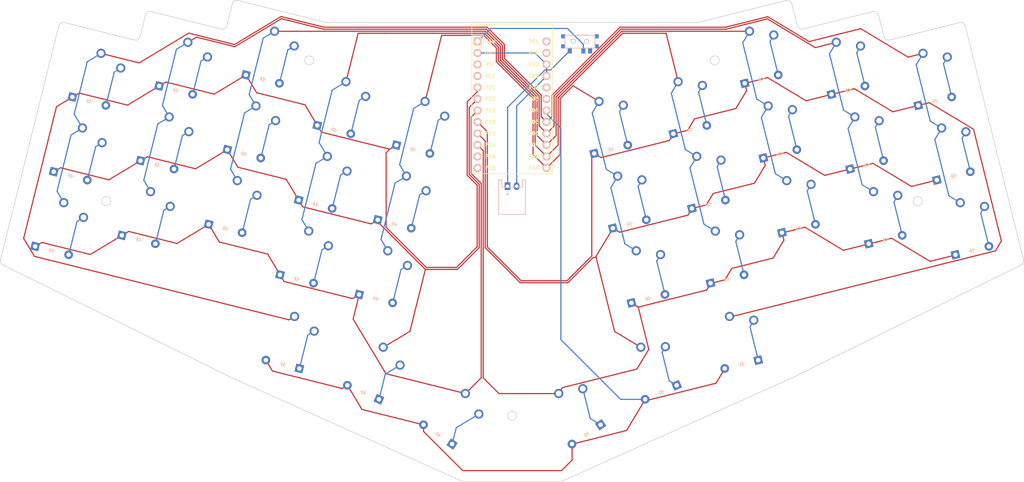
<source format=kicad_pcb>
(kicad_pcb (version 20211014) (generator pcbnew)
  (title_block (title "ibkbd_mini_pcb") (rev "v1.0.0") (company "Unknown"))
  (layers (0 "F.Cu" signal) (31 "B.Cu" signal) (34 "B.Paste" user) (35 "F.Paste" user) (36 "B.SilkS" user "B.Silkscreen") (37 "F.SilkS" user "F.Silkscreen") (38 "B.Mask" user) (39 "F.Mask" user) (44 "Edge.Cuts" user))
  (net 0 "")
  (net 1 "pinky_bottom")
  (net 2 "P5")
  (net 3 "pinky_home")
  (net 4 "pinky_top")
  (net 5 "ring_bottom")
  (net 6 "P6")
  (net 7 "ring_home")
  (net 8 "ring_top")
  (net 9 "middle_bottom")
  (net 10 "P7")
  (net 11 "middle_home")
  (net 12 "middle_top")
  (net 13 "index_bottom")
  (net 14 "P8")
  (net 15 "index_home")
  (net 16 "index_top")
  (net 17 "inner_bottom")
  (net 18 "P9")
  (net 19 "inner_home")
  (net 20 "inner_top")
  (net 21 "mirror_pinky_bottom")
  (net 22 "mirror_pinky_home")
  (net 23 "mirror_pinky_top")
  (net 24 "mirror_ring_bottom")
  (net 25 "mirror_ring_home")
  (net 26 "mirror_ring_top")
  (net 27 "mirror_middle_bottom")
  (net 28 "mirror_middle_home")
  (net 29 "mirror_middle_top")
  (net 30 "mirror_index_bottom")
  (net 31 "mirror_index_home")
  (net 32 "mirror_index_top")
  (net 33 "mirror_inner_bottom")
  (net 34 "mirror_inner_home")
  (net 35 "mirror_inner_top")
  (net 36 "inner_key")
  (net 37 "P21")
  (net 38 "mid_key")
  (net 39 "P20")
  (net 40 "outer_key")
  (net 41 "P19")
  (net 42 "mirror_inner_key")
  (net 43 "P18")
  (net 44 "mirror_mid_key")
  (net 45 "P15")
  (net 46 "mirror_outer_key")
  (net 47 "P14")
  (net 48 "P4")
  (net 49 "RAW")
  (net 50 "GND")
  (net 51 "RST")
  (net 52 "VCC")
  (net 53 "P16")
  (net 54 "P10")
  (net 55 "P1")
  (net 56 "P0")
  (net 57 "P2")
  (net 58 "P3")
  (net 59 "batswitch")
  (footprint "E73:SPDT_C128955" (layer "F.Cu") (at 188.258061 79.858014)
    (fp_text reference "T1" hide)
    (fp_text value "" hide)
  )
  (footprint "PG1350" (layer "F.Cu") (at 126.926806 127.493475 -14)
    (fp_text reference "S10" hide)
    (fp_text value "" hide)
  )
  (footprint "PG1350" (layer "F.Cu") (at 227.135841 83.356756 14)
    (fp_text reference "S24" hide)
    (fp_text value "" hide)
  )
  (footprint "PG1350" (layer "F.Cu") (at 222.720653 146.345934 14)
    (fp_text reference "S34" hide)
    (fp_text value "" hide)
  )
  (footprint "PG1350" (layer "F.Cu") (at 100.221504 85.794232 -14)
    (fp_text reference "S6" hide)
    (fp_text value "" hide)
  )
  (footprint "ComboDiode" (layer "F.Cu") (at 143.182519 136.699547 -14)
    (fp_text reference "D13" hide)
    (fp_text value "" hide)
  )
  (footprint "PG1350" (layer "F.Cu") (at 91.996159 118.784286 -14)
    (fp_text reference "S4" hide)
    (fp_text value "" hide)
  )
  (footprint "PG1350" (layer "F.Cu") (at 215.476644 110.998447 14)
    (fp_text reference "S26" hide)
    (fp_text value "" hide)
  )
  (footprint "PG1350" (layer "F.Cu") (at 231.248513 99.851783 14)
    (fp_text reference "S23" hide)
    (fp_text value "" hide)
  )
  (footprint "ComboDiode" (layer "F.Cu") (at 203.333602 136.699547 14)
    (fp_text reference "D28" hide)
    (fp_text value "" hide)
  )
  (footprint "ProMicro" (layer "F.Cu") (at 173.258061 93.858014 -90)
    (fp_text reference "MCU1" hide)
    (fp_text value "" hide)
  )
  (footprint "PG1350" (layer "F.Cu") (at 250.40729 102.289259 14)
    (fp_text reference "S20" hide)
    (fp_text value "" hide)
  )
  (footprint "ComboDiode" (layer "F.Cu") (at 189.657465 166.676194 -146)
    (fp_text reference "D36" hide)
    (fp_text value "" hide)
  )
  (footprint "PG1350" (layer "F.Cu") (at 193.898648 98.858014 14)
    (fp_text reference "S30" hide)
    (fp_text value "" hide)
  )
  (footprint "ComboDiode" (layer "F.Cu") (at 114.057999 104.703262 -14)
    (fp_text reference "D8" hide)
    (fp_text value "" hide)
  )
  (footprint "PG1350" (layer "F.Cu") (at 269.566066 104.726735 14)
    (fp_text reference "S17" hide)
    (fp_text value "" hide)
  )
  (footprint "ComboDiode" (layer "F.Cu") (at 255.729572 123.635765 14)
    (fp_text reference "D19" hide)
    (fp_text value "" hide)
  )
  (footprint "ComboDiode" (layer "F.Cu") (at 109.945326 121.198289 -14)
    (fp_text reference "D7" hide)
    (fp_text value "" hide)
  )
  (footprint "ComboDiode" (layer "F.Cu") (at 71.627774 126.073241 -14)
    (fp_text reference "D1" hide)
    (fp_text value "" hide)
  )
  (footprint "PG1350" (layer "F.Cu") (at 72.837383 121.221762 -14)
    (fp_text reference "S1" hide)
    (fp_text value "" hide)
  )
  (footprint "ComboDiode" (layer "F.Cu") (at 232.458123 104.703262 14)
    (fp_text reference "D23" hide)
    (fp_text value "" hide)
  )
  (footprint "PG1350" (layer "F.Cu") (at 211.363971 94.50342 14)
    (fp_text reference "S27" hide)
    (fp_text value "" hide)
  )
  (footprint "ComboDiode" (layer "F.Cu") (at 247.504227 90.64571 14)
    (fp_text reference "D21" hide)
    (fp_text value "" hide)
  )
  (footprint "ComboDiode" (layer "F.Cu") (at 94.899222 107.140738 -14)
    (fp_text reference "D5" hide)
    (fp_text value "" hide)
  )
  (footprint "PG1350" (layer "F.Cu") (at 204.104579 152.808977 24)
    (fp_text reference "S35" hide)
    (fp_text value "" hide)
  )
  (footprint "ComboDiode" (layer "F.Cu") (at 212.573581 99.354898 14)
    (fp_text reference "D27" hide)
    (fp_text value "" hide)
  )
  (footprint "PG1350" (layer "F.Cu") (at 219.589316 127.493475 14)
    (fp_text reference "S25" hide)
    (fp_text value "" hide)
  )
  (footprint "PG1350" (layer "F.Cu") (at 198.011321 115.353041 14)
    (fp_text reference "S29" hide)
    (fp_text value "" hide)
  )
  (footprint "ComboDiode" (layer "F.Cu") (at 195.108258 103.709493 14)
    (fp_text reference "D30" hide)
    (fp_text value "" hide)
  )
  (footprint "ComboDiode" (layer "F.Cu") (at 266.663003 93.083186 14)
    (fp_text reference "D18" hide)
    (fp_text value "" hide)
  )
  (footprint "ComboDiode" (layer "F.Cu") (at 75.740446 109.578213 -14)
    (fp_text reference "D2" hide)
    (fp_text value "" hide)
  )
  (footprint "PG1350" (layer "F.Cu") (at 265.453394 88.231708 14)
    (fp_text reference "S18" hide)
    (fp_text value "" hide)
  )
  (footprint "PG1350" (layer "F.Cu") (at 76.950055 104.726735 -14)
    (fp_text reference "S2" hide)
    (fp_text value "" hide)
  )
  (footprint "PG1350" (layer "F.Cu") (at 254.519962 118.784286 14)
    (fp_text reference "S19" hide)
    (fp_text value "" hide)
  )
  (footprint "PG1350" (layer "F.Cu") (at 131.039478 110.998447 -14)
    (fp_text reference "S11" hide)
    (fp_text value "" hide)
  )
  (footprint "ComboDiode" (layer "F.Cu") (at 223.930262 151.197413 -166)
    (fp_text reference "D34" hide)
    (fp_text value "" hide)
  )
  (footprint "ComboDiode" (layer "F.Cu") (at 251.616899 107.140738 14)
    (fp_text reference "D20" hide)
    (fp_text value "" hide)
  )
  (footprint "ComboDiode" (layer "F.Cu") (at 220.798925 132.344953 14)
    (fp_text reference "D25" hide)
    (fp_text value "" hide)
  )
  (footprint "PG1350" (layer "F.Cu") (at 144.392129 131.848069 -14)
    (fp_text reference "S13" hide)
    (fp_text value "" hide)
  )
  (footprint "ComboDiode" (layer "F.Cu") (at 270.775676 109.578213 14)
    (fp_text reference "D17" hide)
    (fp_text value "" hide)
  )
  (footprint "ComboDiode" (layer "F.Cu") (at 199.22093 120.20452 14)
    (fp_text reference "D29" hide)
    (fp_text value "" hide)
  )
  (footprint "PG1350" (layer "F.Cu") (at 123.795469 146.345934 -14)
    (fp_text reference "S31" hide)
    (fp_text value "" hide)
  )
  (footprint "PG1350" (layer "F.Cu") (at 159.654621 162.531006 -34)
    (fp_text reference "S33" hide)
    (fp_text value "" hide)
  )
  (footprint "PG1350" (layer "F.Cu") (at 148.504801 115.353041 -14)
    (fp_text reference "S14" hide)
    (fp_text value "" hide)
  )
  (footprint "PG1350" (layer "F.Cu") (at 202.123993 131.848069 14)
    (fp_text reference "S28" hide)
    (fp_text value "" hide)
  )
  (footprint "PG1350" (layer "F.Cu") (at 119.38028 83.356756 -14)
    (fp_text reference "S9" hide)
    (fp_text value "" hide)
  )
  (footprint "PG1350" (layer "F.Cu") (at 111.154936 116.34681 -14)
    (fp_text reference "S7" hide)
    (fp_text value "" hide)
  )
  (footprint "ComboDiode" (layer "F.Cu") (at 140.37786 157.376704 156)
    (fp_text reference "D32" hide)
    (fp_text value "" hide)
  )
  (footprint "PG1350" (layer "F.Cu") (at 96.108832 102.289259 -14)
    (fp_text reference "S5" hide)
    (fp_text value "" hide)
  )
  (footprint "PG1350" (layer "F.Cu") (at 81.062728 88.231708 -14)
    (fp_text reference "S3" hide)
    (fp_text value "" hide)
  )
  (footprint "PG1350" (layer "F.Cu") (at 273.678738 121.221762 14)
    (fp_text reference "S16" hide)
    (fp_text value "" hide)
  )
  (footprint "ComboDiode" (layer "F.Cu") (at 156.858657 166.676194 146)
    (fp_text reference "D33" hide)
    (fp_text value "" hide)
  )
  (footprint "ComboDiode" (layer "F.Cu") (at 90.78655 123.635765 -14)
    (fp_text reference "D4" hide)
    (fp_text value "" hide)
  )
  (footprint "PG1350" (layer "F.Cu") (at 115.267608 99.851783 -14)
    (fp_text reference "S8" hide)
    (fp_text value "" hide)
  )
  (footprint "ComboDiode" (layer "F.Cu") (at 151.407864 103.709493 -14)
    (fp_text reference "D15" hide)
    (fp_text value "" hide)
  )
  (footprint "ComboDiode" (layer "F.Cu") (at 274.888348 126.073241 14)
    (fp_text reference "D16" hide)
    (fp_text value "" hide)
  )
  (footprint "ComboDiode" (layer "F.Cu") (at 147.295191 120.20452 -14)
    (fp_text reference "D14" hide)
    (fp_text value "" hide)
  )
  (footprint "ComboDiode" (layer "F.Cu") (at 99.011894 90.64571 -14)
    (fp_text reference "D6" hide)
    (fp_text value "" hide)
  )
  (footprint "PG1350" (layer "F.Cu") (at 142.411543 152.808977 -24)
    (fp_text reference "S32" hide)
    (fp_text value "" hide)
  )
  (footprint "ComboDiode" (layer "F.Cu") (at 79.853118 93.083186 -14)
    (fp_text reference "D3" hide)
    (fp_text value "" hide)
  )
  (footprint "PG1350" (layer "F.Cu") (at 186.8615 162.531006 34)
    (fp_text reference "S36" hide)
    (fp_text value "" hide)
  )
  (footprint "ComboDiode" (layer "F.Cu") (at 133.942541 99.354898 -14)
    (fp_text reference "D12" hide)
    (fp_text value "" hide)
  )
  (footprint "ComboDiode" (layer "F.Cu") (at 122.585859 151.197413 166)
    (fp_text reference "D31" hide)
    (fp_text value "" hide)
  )
  (footprint "ComboDiode" (layer "F.Cu") (at 125.717196 132.344953 -14)
    (fp_text reference "D10" hide)
    (fp_text value "" hide)
  )
  (footprint "JST_PH_S2B-PH-K_02x2.00mm_Angled" (layer "F.Cu") (at 173.258061 111.858014)
    (fp_text reference "JST1" hide)
    (fp_text value "" hide)
  )
  (footprint "PG1350" (layer "F.Cu") (at 246.294618 85.794232 14)
    (fp_text reference "S21" hide)
    (fp_text value "" hide)
  )
  (footprint "PG1350" (layer "F.Cu") (at 235.361186 116.34681 14)
    (fp_text reference "S22" hide)
    (fp_text value "" hide)
  )
  (footprint "PG1350" (layer "F.Cu") (at 152.617473 98.858014 -14)
    (fp_text reference "S15" hide)
    (fp_text value "" hide)
  )
  (footprint "PG1350" (layer "F.Cu") (at 135.15215 94.50342 -14)
    (fp_text reference "S12" hide)
    (fp_text value "" hide)
  )
  (footprint "ComboDiode" (layer "F.Cu") (at 228.345451 88.208234 14)
    (fp_text reference "D24" hide)
    (fp_text value "" hide)
  )
  (footprint "ComboDiode" (layer "F.Cu") (at 216.686253 115.849926 14)
    (fp_text reference "D26" hide)
    (fp_text value "" hide)
  )
  (footprint "ComboDiode" (layer "F.Cu") (at 118.170671 88.208234 -14)
    (fp_text reference "D9" hide)
    (fp_text value "" hide)
  )
  (footprint "ComboDiode" (layer "F.Cu") (at 236.570795 121.198289 14)
    (fp_text reference "D22" hide)
    (fp_text value "" hide)
  )
  (footprint "ComboDiode" (layer "F.Cu") (at 129.829868 115.849926 -14)
    (fp_text reference "D11" hide)
    (fp_text value "" hide)
  )
  (footprint "ComboDiode" (layer "F.Cu") (at 206.138262 157.376704 -156)
    (fp_text reference "D35" hide)
    (fp_text value "" hide)
  )
  (gr_line (start 111.053129 154.019373) (end 162.29917 177.054226) (layer "Edge.Cuts") (width 0.15))
  (gr_line (start 60.273842 128.105595) (end 73.154671 76.443413) (layer "Edge.Cuts") (width 0.15))
  (gr_arc (start 233.83168 70.840087) (mid 234.58864 70.953215) (end 235.043898 71.568461) (layer "Edge.Cuts") (width 0.15))
  (gr_line (start 132.019733 75.660917) (end 112.684441 70.840087) (layer "Edge.Cuts") (width 0.15))
  (gr_line (start 89.89162 79.585789) (end 74.366889 75.715039) (layer "Edge.Cuts") (width 0.15))
  (gr_arc (start 92.313447 74.005937) (mid 92.768705 73.390691) (end 93.525665 73.277563) (layer "Edge.Cuts") (width 0.15))
  (gr_line (start 273.36145 76.443413) (end 286.242279 128.105595) (layer "Edge.Cuts") (width 0.15))
  (gr_line (start 60.801928 129.244429) (end 111.020901 154.004191) (layer "Edge.Cuts") (width 0.15))
  (gr_line (start 272.149233 75.715039) (end 256.624501 79.585789) (layer "Edge.Cuts") (width 0.15))
  (gr_arc (start 286.242279 128.105595) (mid 286.179192 128.768197) (end 285.714193 129.244429) (layer "Edge.Cuts") (width 0.15))
  (gr_arc (start 235.495221 154.004191) (mid 235.479175 154.011926) (end 235.462993 154.019373) (layer "Edge.Cuts") (width 0.15))
  (gr_arc (start 60.801928 129.244429) (mid 60.336928 128.768197) (end 60.273842 128.105595) (layer "Edge.Cuts") (width 0.15))
  (gr_circle (center 173.258061 162.531006) (end 174.258061 162.531006) (layer "Edge.Cuts") (width 0.15) (fill none))
  (gr_circle (center 262.889741 115.151546) (end 263.889741 115.151546) (layer "Edge.Cuts") (width 0.15) (fill none))
  (gr_arc (start 110.262614 76.41994) (mid 109.807356 77.035185) (end 109.050397 77.148313) (layer "Edge.Cuts") (width 0.15))
  (gr_arc (start 162.709152 177.142132) (mid 162.499502 177.119908) (end 162.29917 177.054226) (layer "Edge.Cuts") (width 0.15))
  (gr_arc (start 111.472223 71.568461) (mid 111.927481 70.953215) (end 112.684441 70.840087) (layer "Edge.Cuts") (width 0.15))
  (gr_line (start 235.495221 154.004191) (end 285.714193 129.244429) (layer "Edge.Cuts") (width 0.15))
  (gr_arc (start 111.053129 154.019373) (mid 111.036947 154.011925) (end 111.020901 154.004191) (layer "Edge.Cuts") (width 0.15))
  (gr_arc (start 73.154671 76.443413) (mid 73.609929 75.828167) (end 74.366889 75.715039) (layer "Edge.Cuts") (width 0.15))
  (gr_line (start 255.412283 78.857415) (end 254.202674 74.005937) (layer "Edge.Cuts") (width 0.15))
  (gr_arc (start 272.149233 75.71504) (mid 272.906192 75.828168) (end 273.36145 76.443413) (layer "Edge.Cuts") (width 0.15))
  (gr_circle (center 83.626381 115.151546) (end 84.626381 115.151546) (layer "Edge.Cuts") (width 0.15) (fill none))
  (gr_arc (start 252.990456 73.277563) (mid 253.747416 73.390691) (end 254.202674 74.005937) (layer "Edge.Cuts") (width 0.15))
  (gr_line (start 233.83168 70.840087) (end 214.496388 75.660917) (layer "Edge.Cuts") (width 0.15))
  (gr_arc (start 214.496388 75.660917) (mid 214.376335 75.683167) (end 214.254466 75.690621) (layer "Edge.Cuts") (width 0.15))
  (gr_line (start 92.313447 74.005937) (end 91.103838 78.857415) (layer "Edge.Cuts") (width 0.15))
  (gr_line (start 252.990456 73.277563) (end 237.465725 77.148313) (layer "Edge.Cuts") (width 0.15))
  (gr_line (start 184.216952 177.054226) (end 235.462993 154.019373) (layer "Edge.Cuts") (width 0.15))
  (gr_circle (center 218.040297 84.078609) (end 219.040297 84.078609) (layer "Edge.Cuts") (width 0.15) (fill none))
  (gr_line (start 236.253507 76.419939) (end 235.043898 71.568461) (layer "Edge.Cuts") (width 0.15))
  (gr_line (start 111.472224 71.568461) (end 110.262614 76.419939) (layer "Edge.Cuts") (width 0.15))
  (gr_circle (center 128.475825 84.078609) (end 129.475825 84.078609) (layer "Edge.Cuts") (width 0.15) (fill none))
  (gr_line (start 214.254466 75.690621) (end 132.261655 75.690621) (layer "Edge.Cuts") (width 0.15))
  (gr_arc (start 132.261655 75.690621) (mid 132.139786 75.683167) (end 132.019733 75.660917) (layer "Edge.Cuts") (width 0.15))
  (gr_line (start 109.050397 77.148313) (end 93.525665 73.277563) (layer "Edge.Cuts") (width 0.15))
  (gr_arc (start 184.216952 177.054226) (mid 184.01662 177.119909) (end 183.80697 177.142132) (layer "Edge.Cuts") (width 0.15))
  (gr_arc (start 237.465724 77.148314) (mid 236.708764 77.035185) (end 236.253507 76.419939) (layer "Edge.Cuts") (width 0.15))
  (gr_line (start 162.709152 177.142132) (end 183.80697 177.142132) (layer "Edge.Cuts") (width 0.15))
  (gr_arc (start 91.103837 78.857416) (mid 90.648579 79.472661) (end 89.89162 79.585789) (layer "Edge.Cuts") (width 0.15))
  (gr_arc (start 256.6245 79.58579) (mid 255.86754 79.472661) (end 255.412283 78.857415) (layer "Edge.Cuts") (width 0.15))
  (segment (start 77.187566 119.627103) (end 78.630104 118.760337) (width 0.25) (layer "B.Cu") (net 1))
  (segment (start 75.34654 127.011051) (end 77.187566 119.627103) (width 0.25) (layer "B.Cu") (net 1))
  (segment (start 171.595019 83.632163) (end 179.699188 91.736333) (width 0.25) (layer "F.Cu") (net 2))
  (segment (start 179.699188 91.736333) (end 179.699187 96.48329) (width 0.25) (layer "F.Cu") (net 2))
  (segment (start 182.100809 96.483292) (end 182.10081 91.746372) (width 0.25) (layer "F.Cu") (net 2))
  (segment (start 131.731323 76.74899) (end 167.761844 76.74899) (width 0.25) (layer "F.Cu") (net 2))
  (segment (start 90.911682 84.628432) (end 101.857425 78.051564) (width 0.25) (layer "F.Cu") (net 2))
  (segment (start 101.857425 78.051564) (end 111.952657 80.568588) (width 0.25) (layer "F.Cu") (net 2))
  (segment (start 111.952657 80.568588) (end 122.245636 74.383942) (width 0.25) (layer "F.Cu") (net 2))
  (segment (start 179.699187 96.48329) (end 180.9 97.684103) (width 0.25) (layer "F.Cu") (net 2))
  (segment (start 180.9 97.684103) (end 182.100809 96.483292) (width 0.25) (layer "F.Cu") (net 2))
  (segment (start 82.512006 82.523052) (end 82.519852 82.536113) (width 0.25) (layer "F.Cu") (net 2))
  (segment (start 260.725125 83.351536) (end 264.047995 82.523052) (width 0.25) (layer "F.Cu") (net 2))
  (segment (start 82.519852 82.536113) (end 90.911682 84.628432) (width 0.25) (layer "F.Cu") (net 2))
  (segment (start 229.725159 74.42139) (end 238.864698 79.91298) (width 0.25) (layer "F.Cu") (net 2))
  (segment (start 122.245636 74.383942) (end 131.731323 76.74899) (width 0.25) (layer "F.Cu") (net 2))
  (segment (start 197.098123 76.749058) (end 220.389394 76.749059) (width 0.25) (layer "F.Cu") (net 2))
  (segment (start 167.761844 76.74899) (end 171.595019 80.582164) (width 0.25) (layer "F.Cu") (net 2))
  (segment (start 220.389394 76.749059) (end 229.725159 74.42139) (width 0.25) (layer "F.Cu") (net 2))
  (segment (start 171.595019 80.582164) (end 171.595019 83.632163) (width 0.25) (layer "F.Cu") (net 2))
  (segment (start 250.269828 77.069361) (end 260.725125 83.351536) (width 0.25) (layer "F.Cu") (net 2))
  (segment (start 238.864698 79.91298) (end 250.269828 77.069361) (width 0.25) (layer "F.Cu") (net 2))
  (segment (start 182.10081 91.746372) (end 197.098123 76.749058) (width 0.25) (layer "F.Cu") (net 2))
  (segment (start 75.866985 100.539667) (end 72.765075 112.980757) (width 0.25) (layer "B.Cu") (net 2))
  (segment (start 79.441472 84.368012) (end 76.55437 95.947544) (width 0.25) (layer "B.Cu") (net 2))
  (segment (start 72.765075 112.980757) (end 74.286661 115.513105) (width 0.25) (layer "B.Cu") (net 2))
  (segment (start 269.740991 113.991519) (end 272.273337 115.513105) (width 0.25) (layer "B.Cu") (net 2))
  (segment (start 82.512007 82.523051) (end 79.441472 84.368012) (width 0.25) (layer "B.Cu") (net 2))
  (segment (start 78.399332 99.018076) (end 75.866985 100.539667) (width 0.25) (layer "B.Cu") (net 2))
  (segment (start 262.526406 85.055398) (end 265.628318 97.496491) (width 0.25) (layer "B.Cu") (net 2))
  (segment (start 268.160665 99.018078) (end 266.639078 101.550427) (width 0.25) (layer "B.Cu") (net 2))
  (segment (start 265.628318 97.496491) (end 268.160665 99.018078) (width 0.25) (layer "B.Cu") (net 2))
  (segment (start 76.55437 95.947544) (end 78.399332 99.018076) (width 0.25) (layer "B.Cu") (net 2))
  (segment (start 264.047996 82.52305) (end 262.526406 85.055398) (width 0.25) (layer "B.Cu") (net 2))
  (segment (start 266.639078 101.550427) (end 269.740991 113.991519) (width 0.25) (layer "B.Cu") (net 2))
  (segment (start 81.300236 103.132074) (end 82.742776 102.265309) (width 0.25) (layer "B.Cu") (net 3))
  (segment (start 79.459212 110.516025) (end 81.300236 103.132074) (width 0.25) (layer "B.Cu") (net 3))
  (segment (start 85.41291 86.637046) (end 86.855451 85.770279) (width 0.25) (layer "B.Cu") (net 4))
  (segment (start 83.571884 94.020998) (end 85.41291 86.637046) (width 0.25) (layer "B.Cu") (net 4))
  (segment (start 96.346341 117.189626) (end 97.788879 116.32286) (width 0.25) (layer "B.Cu") (net 5))
  (segment (start 94.505314 124.573576) (end 96.346341 117.189626) (width 0.25) (layer "B.Cu") (net 5))
  (segment (start 171.1455 80.768361) (end 171.145498 83.818361) (width 0.25) (layer "F.Cu") (net 6))
  (segment (start 101.670784 80.085574) (end 103.573025 78.942593) (width 0.25) (layer "F.Cu") (net 6))
  (segment (start 131.675036 77.19858) (end 167.575716 77.198578) (width 0.25) (layer "F.Cu") (net 6))
  (segment (start 182.55033 98.573772) (end 180.9 100.224102) (width 0.25) (layer "F.Cu") (net 6))
  (segment (start 220.57559 77.198577) (end 197.284322 77.198577) (width 0.25) (layer "F.Cu") (net 6))
  (segment (start 197.284322 77.198577) (end 182.550331 91.932571) (width 0.25) (layer "F.Cu") (net 6))
  (segment (start 112.024574 81.049799) (end 122.317553 74.865153) (width 0.25) (layer "F.Cu") (net 6))
  (segment (start 240.217634 81.250331) (end 229.653241 74.902603) (width 0.25) (layer "F.Cu") (net 6))
  (segment (start 179.249668 98.526812) (end 180.9 100.177144) (width 0.25) (layer "F.Cu") (net 6))
  (segment (start 171.145498 83.818361) (end 179.249668 91.922529) (width 0.25) (layer "F.Cu") (net 6))
  (segment (start 244.889217 80.085575) (end 240.217634 81.250331) (width 0.25) (layer "F.Cu") (net 6))
  (segment (start 167.575716 77.198578) (end 171.1455 80.768361) (width 0.25) (layer "F.Cu") (net 6))
  (segment (start 182.550331 91.932571) (end 182.55033 98.573772) (width 0.25) (layer "F.Cu") (net 6))
  (segment (start 131.674795 77.198176) (end 131.675036 77.19858) (width 0.25) (layer "F.Cu") (net 6))
  (segment (start 179.249668 91.922529) (end 179.249668 98.526812) (width 0.25) (layer "F.Cu") (net 6))
  (segment (start 122.317553 74.865153) (end 131.674795 77.198176) (width 0.25) (layer "F.Cu") (net 6))
  (segment (start 180.9 100.177144) (end 180.9 100.224102) (width 0.25) (layer "F.Cu") (net 6))
  (segment (start 103.573025 78.942593) (end 112.024574 81.049799) (width 0.25) (layer "F.Cu") (net 6))
  (segment (start 220.619102 77.155065) (end 220.57559 77.198577) (width 0.25) (layer "F.Cu") (net 6))
  (segment (start 229.653241 74.902603) (end 220.619102 77.155065) (width 0.25) (layer "F.Cu") (net 6))
  (segment (start 246.469542 95.059015) (end 243.367629 82.617924) (width 0.25) (layer "B.Cu") (net 6))
  (segment (start 91.923849 110.543281) (end 93.445437 113.075629) (width 0.25) (layer "B.Cu") (net 6))
  (segment (start 250.582214 111.55404) (end 247.480302 99.112952) (width 0.25) (layer "B.Cu") (net 6))
  (segment (start 101.670784 80.085574) (end 99.138436 81.607164) (width 0.25) (layer "B.Cu") (net 6))
  (segment (start 97.558109 96.580602) (end 95.025762 98.102189) (width 0.25) (layer "B.Cu") (net 6))
  (segment (start 180.876959 100.224101) (end 180.9 100.224102) (width 0.25) (layer "B.Cu") (net 6))
  (segment (start 249.00189 96.580603) (end 246.469542 95.059015) (width 0.25) (layer "B.Cu") (net 6))
  (segment (start 99.138436 81.607164) (end 96.036521 94.048255) (width 0.25) (layer "B.Cu") (net 6))
  (segment (start 96.036521 94.048255) (end 97.558109 96.580602) (width 0.25) (layer "B.Cu") (net 6))
  (segment (start 247.480302 99.112952) (end 249.00189 96.580603) (width 0.25) (layer "B.Cu") (net 6))
  (segment (start 253.114563 113.075629) (end 250.582214 111.55404) (width 0.25) (layer "B.Cu") (net 6))
  (segment (start 95.025762 98.102189) (end 91.923849 110.543281) (width 0.25) (layer "B.Cu") (net 6))
  (segment (start 243.367629 82.617924) (end 244.889219 80.085576) (width 0.25) (layer "B.Cu") (net 6))
  (segment (start 98.61799 108.078549) (end 100.459013 100.694598) (width 0.25) (layer "B.Cu") (net 7))
  (segment (start 100.459013 100.694598) (end 101.901552 99.827833) (width 0.25) (layer "B.Cu") (net 7))
  (segment (start 102.730659 91.583521) (end 104.571684 84.199569) (width 0.25) (layer "B.Cu") (net 8))
  (segment (start 104.571684 84.199569) (end 106.014225 83.332805) (width 0.25) (layer "B.Cu") (net 8))
  (segment (start 113.664094 122.136098) (end 115.505116 114.752149) (width 0.25) (layer "B.Cu") (net 9))
  (segment (start 115.505116 114.752149) (end 116.947656 113.885385) (width 0.25) (layer "B.Cu") (net 9))
  (segment (start 167.38952 77.648099) (end 170.695978 80.954559) (width 0.25) (layer "F.Cu") (net 10))
  (segment (start 170.695978 80.954559) (end 170.695979 84.004556) (width 0.25) (layer "F.Cu") (net 10))
  (segment (start 120.829559 77.6481) (end 167.38952 77.648099) (width 0.25) (layer "F.Cu") (net 10))
  (segment (start 197.47052 77.648098) (end 182.999852 92.118768) (width 0.25) (layer "F.Cu") (net 10))
  (segment (start 178.800148 92.108726) (end 178.800148 100.66425) (width 0.25) (layer "F.Cu") (net 10))
  (segment (start 225.73044 77.648099) (end 197.47052 77.648098) (width 0.25) (layer "F.Cu") (net 10))
  (segment (start 170.695979 84.004556) (end 178.800148 92.108726) (width 0.25) (layer "F.Cu") (net 10))
  (segment (start 182.99985 100.664252) (end 180.9 102.764102) (width 0.25) (layer "F.Cu") (net 10))
  (segment (start 178.800148 100.66425) (end 180.899999 102.764103) (width 0.25) (layer "F.Cu") (net 10))
  (segment (start 182.999852 92.118768) (end 182.99985 100.664252) (width 0.25) (layer "F.Cu") (net 10))
  (segment (start 227.310765 92.621539) (end 224.208853 80.180448) (width 0.25) (layer "B.Cu") (net 10))
  (segment (start 231.423439 109.116566) (end 228.321525 96.675473) (width 0.25) (layer "B.Cu") (net 10))
  (segment (start 115.195298 91.610778) (end 116.716887 94.143126) (width 0.25) (layer "B.Cu") (net 10))
  (segment (start 224.208853 80.180448) (end 225.730441 77.648099) (width 0.25) (layer "B.Cu") (net 10))
  (segment (start 114.184541 95.664713) (end 111.082626 108.105804) (width 0.25) (layer "B.Cu") (net 10))
  (segment (start 180.899999 102.747144) (end 180.9 102.764102) (width 0.25) (layer "B.Cu") (net 10))
  (segment (start 229.843114 94.143126) (end 227.310765 92.621539) (width 0.25) (layer "B.Cu") (net 10))
  (segment (start 116.716887 94.143126) (end 114.184541 95.664713) (width 0.25) (layer "B.Cu") (net 10))
  (segment (start 233.955788 110.638154) (end 231.423439 109.116566) (width 0.25) (layer "B.Cu") (net 10))
  (segment (start 118.297211 79.169687) (end 115.195298 91.610778) (width 0.25) (layer "B.Cu") (net 10))
  (segment (start 228.321525 96.675473) (end 229.843114 94.143126) (width 0.25) (layer "B.Cu") (net 10))
  (segment (start 111.082626 108.105804) (end 112.604213 110.638154) (width 0.25) (layer "B.Cu") (net 10))
  (segment (start 120.82956 77.648099) (end 118.297211 79.169687) (width 0.25) (layer "B.Cu") (net 10))
  (segment (start 119.617788 98.257123) (end 121.060329 97.390358) (width 0.25) (layer "B.Cu") (net 11))
  (segment (start 117.776765 105.641072) (end 119.617788 98.257123) (width 0.25) (layer "B.Cu") (net 11))
  (segment (start 123.73046 81.762095) (end 125.173001 80.895332) (width 0.25) (layer "B.Cu") (net 12))
  (segment (start 121.889436 89.146044) (end 123.73046 81.762095) (width 0.25) (layer "B.Cu") (net 12))
  (segment (start 129.435961 133.282765) (end 131.276987 125.898811) (width 0.25) (layer "B.Cu") (net 13))
  (segment (start 131.276987 125.898811) (end 132.719527 125.032049) (width 0.25) (layer "B.Cu") (net 13))
  (segment (start 170.246458 84.190754) (end 170.246458 81.140758) (width 0.25) (layer "F.Cu") (net 14))
  (segment (start 183.449371 102.754733) (end 183.449371 92.304967) (width 0.25) (layer "F.Cu") (net 14))
  (segment (start 183.449371 92.304967) (end 186.875231 88.879103) (width 0.25) (layer "F.Cu") (net 14))
  (segment (start 178.350628 102.754732) (end 178.350628 92.294924) (width 0.25) (layer "F.Cu") (net 14))
  (segment (start 137.314255 85.935769) (end 137.316995 85.934123) (width 0.25) (layer "F.Cu") (net 14))
  (segment (start 139.26403 78.115648) (end 139.253198 78.09762) (width 0.25) (layer "F.Cu") (net 14))
  (segment (start 186.875231 88.879103) (end 197.656716 78.097618) (width 0.25) (layer "F.Cu") (net 14))
  (segment (start 136.60143 88.794765) (end 137.314255 85.935769) (width 0.25) (layer "F.Cu") (net 14))
  (segment (start 197.656716 78.097618) (end 207.295642 78.097619) (width 0.25) (layer "F.Cu") (net 14))
  (segment (start 137.314255 85.935769) (end 139.26403 78.115648) (width 0.25) (layer "F.Cu") (net 14))
  (segment (start 180.899999 105.304103) (end 178.350628 102.754732) (width 0.25) (layer "F.Cu") (net 14))
  (segment (start 207.292695 78.102524) (end 207.295642 78.097619) (width 0.25) (layer "F.Cu") (net 14))
  (segment (start 145.153499 78.09762) (end 139.253198 78.09762) (width 0.25) (layer "F.Cu") (net 14))
  (segment (start 180.9 105.304102) (end 183.449371 102.754733) (width 0.25) (layer "F.Cu") (net 14))
  (segment (start 178.350628 92.294924) (end 170.246458 84.190754) (width 0.25) (layer "F.Cu") (net 14))
  (segment (start 209.958571 88.794765) (end 207.292695 78.102524) (width 0.25) (layer "F.Cu") (net 14))
  (segment (start 167.203322 78.09762) (end 145.153499 78.09762) (width 0.25) (layer "F.Cu") (net 14))
  (segment (start 170.246458 81.140758) (end 167.203322 78.09762) (width 0.25) (layer "F.Cu") (net 14))
  (segment (start 214.071244 105.289793) (end 211.538895 103.768202) (width 0.25) (layer "B.Cu") (net 14))
  (segment (start 132.488756 105.28979) (end 129.95641 106.811381) (width 0.25) (layer "B.Cu") (net 14))
  (segment (start 129.95641 106.811381) (end 126.854496 119.25247) (width 0.25) (layer "B.Cu") (net 14))
  (segment (start 130.643794 102.219256) (end 132.488756 105.28979) (width 0.25) (layer "B.Cu") (net 14))
  (segment (start 215.65157 120.26323) (end 212.549656 107.822139) (width 0.25) (layer "B.Cu") (net 14))
  (segment (start 212.549656 107.822139) (end 214.071244 105.289793) (width 0.25) (layer "B.Cu") (net 14))
  (segment (start 211.538895 103.768202) (end 208.436983 91.327113) (width 0.25) (layer "B.Cu") (net 14))
  (segment (start 218.183916 121.784816) (end 215.65157 120.26323) (width 0.25) (layer "B.Cu") (net 14))
  (segment (start 133.530893 90.639727) (end 130.643794 102.219256) (width 0.25) (layer "B.Cu") (net 14))
  (segment (start 208.436983 91.327113) (end 209.958573 88.794765) (width 0.25) (layer "B.Cu") (net 14))
  (segment (start 136.60143 88.794765) (end 133.530893 90.639727) (width 0.25) (layer "B.Cu") (net 14))
  (segment (start 126.854496 119.25247) (end 128.376084 121.784818) (width 0.25) (layer "B.Cu") (net 14))
  (segment (start 133.548636 116.787736) (end 135.38966 109.403788) (width 0.25) (layer "B.Cu") (net 15))
  (segment (start 135.38966 109.403788) (end 136.832199 108.537021) (width 0.25) (layer "B.Cu") (net 15))
  (segment (start 137.661306 100.292709) (end 139.50233 92.908759) (width 0.25) (layer "B.Cu") (net 16))
  (segment (start 139.50233 92.908759) (end 140.944872 92.041994) (width 0.25) (layer "B.Cu") (net 16))
  (segment (start 148.74231 130.253409) (end 150.184848 129.38664) (width 0.25) (layer "B.Cu") (net 17))
  (segment (start 146.901286 137.637358) (end 148.74231 130.253409) (width 0.25) (layer "B.Cu") (net 17))
  (segment (start 177.901107 92.481121) (end 177.901107 104.845211) (width 0.25) (layer "F.Cu") (net 18))
  (segment (start 157.706717 78.550247) (end 157.704851 78.54714) (width 0.25) (layer "F.Cu") (net 18))
  (segment (start 155.430232 87.680728) (end 155.443484 87.627582) (width 0.25) (layer "F.Cu") (net 18))
  (segment (start 180.900002 107.844103) (end 183.89889 104.845211) (width 0.25) (layer "F.Cu") (net 18))
  (segment (start 177.901107 104.845211) (end 180.899999 107.844101) (width 0.25) (layer "F.Cu") (net 18))
  (segment (start 183.89889 104.845211) (end 183.898889 92.491166) (width 0.25) (layer "F.Cu") (net 18))
  (segment (start 154.066749 93.149358) (end 155.430232 87.680728) (width 0.25) (layer "F.Cu") (net 18))
  (segment (start 164.52398 78.547138) (end 167.017123 78.547138) (width 0.25) (layer "F.Cu") (net 18))
  (segment (start 155.443484 87.627582) (end 155.44362 87.6275) (width 0.25) (layer "F.Cu") (net 18))
  (segment (start 192.493249 93.149357) (end 186.731782 89.687519) (width 0.25) (layer "F.Cu") (net 18))
  (segment (start 164.52398 78.547138) (end 157.704851 78.54714) (width 0.25) (layer "F.Cu") (net 18))
  (segment (start 155.430232 87.680728) (end 157.706717 78.550247) (width 0.25) (layer "F.Cu") (net 18))
  (segment (start 167.017123 78.547138) (end 169.796938 81.326955) (width 0.25) (layer "F.Cu") (net 18))
  (segment (start 186.731782 89.687519) (end 186.725945 89.664107) (width 0.25) (layer "F.Cu") (net 18))
  (segment (start 169.796938 81.326955) (end 169.79694 84.376951) (width 0.25) (layer "F.Cu") (net 18))
  (segment (start 183.898889 92.491166) (end 185.718091 90.671962) (width 0.25) (layer "F.Cu") (net 18))
  (segment (start 169.79694 84.376951) (end 177.901107 92.481121) (width 0.25) (layer "F.Cu") (net 18))
  (segment (start 185.718091 90.671962) (end 186.725945 89.664107) (width 0.25) (layer "F.Cu") (net 18))
  (segment (start 194.07357 108.122797) (end 190.97166 95.681706) (width 0.25) (layer "B.Cu") (net 18))
  (segment (start 144.319818 123.607063) (end 145.841406 126.139411) (width 0.25) (layer "B.Cu") (net 18))
  (segment (start 198.186247 124.617824) (end 195.084335 112.176734) (width 0.25) (layer "B.Cu") (net 18))
  (segment (start 149.95408 109.644385) (end 147.421732 111.165974) (width 0.25) (layer "B.Cu") (net 18))
  (segment (start 195.084335 112.176734) (end 196.605921 109.644384) (width 0.25) (layer "B.Cu") (net 18))
  (segment (start 200.718593 126.13941) (end 198.186247 124.617824) (width 0.25) (layer "B.Cu") (net 18))
  (segment (start 154.066753 93.149357) (end 151.534405 94.670946) (width 0.25) (layer "B.Cu") (net 18))
  (segment (start 151.534405 94.670946) (end 148.43249 107.112036) (width 0.25) (layer "B.Cu") (net 18))
  (segment (start 148.43249 107.112036) (end 149.95408 109.644385) (width 0.25) (layer "B.Cu") (net 18))
  (segment (start 180.896958 107.8441) (end 180.900002 107.844103) (width 0.25) (layer "B.Cu") (net 18))
  (segment (start 196.605921 109.644384) (end 194.07357 108.122797) (width 0.25) (layer "B.Cu") (net 18))
  (segment (start 147.421732 111.165974) (end 144.319818 123.607063) (width 0.25) (layer "B.Cu") (net 18))
  (segment (start 190.97166 95.681706) (end 192.493248 93.149358) (width 0.25) (layer "B.Cu") (net 18))
  (segment (start 151.013957 121.142332) (end 152.854982 113.75838) (width 0.25) (layer "B.Cu") (net 19))
  (segment (start 152.854982 113.75838) (end 154.297523 112.891617) (width 0.25) (layer "B.Cu") (net 19))
  (segment (start 155.126631 104.647303) (end 156.967655 97.263354) (width 0.25) (layer "B.Cu") (net 20))
  (segment (start 156.967655 97.263354) (end 158.410193 96.39659) (width 0.25) (layer "B.Cu") (net 20))
  (segment (start 276.766088 117.783654) (end 277.632852 116.341116) (width 0.25) (layer "B.Cu") (net 21))
  (segment (start 278.607115 125.167607) (end 276.766088 117.783654) (width 0.25) (layer "B.Cu") (net 21))
  (segment (start 274.49444 108.672579) (end 272.653417 101.288629) (width 0.25) (layer "B.Cu") (net 22))
  (segment (start 272.653417 101.288629) (end 273.520181 99.84609) (width 0.25) (layer "B.Cu") (net 22))
  (segment (start 268.540743 84.793601) (end 269.40751 83.351063) (width 0.25) (layer "B.Cu") (net 23))
  (segment (start 270.38177 92.177553) (end 268.540743 84.793601) (width 0.25) (layer "B.Cu") (net 23))
  (segment (start 258.474077 113.903641) (end 257.607313 115.34618) (width 0.25) (layer "B.Cu") (net 24))
  (segment (start 257.607313 115.34618) (end 259.448335 122.730131) (width 0.25) (layer "B.Cu") (net 24))
  (segment (start 254.361406 97.408615) (end 253.49464 98.851154) (width 0.25) (layer "B.Cu") (net 25))
  (segment (start 253.49464 98.851154) (end 255.335665 106.235104) (width 0.25) (layer "B.Cu") (net 25))
  (segment (start 249.381966 82.356126) (end 251.222992 89.740076) (width 0.25) (layer "B.Cu") (net 26))
  (segment (start 250.24873 80.913587) (end 249.381966 82.356126) (width 0.25) (layer "B.Cu") (net 26))
  (segment (start 238.448533 112.908707) (end 239.315301 111.466165) (width 0.25) (layer "B.Cu") (net 27))
  (segment (start 240.28956 120.292653) (end 238.448533 112.908707) (width 0.25) (layer "B.Cu") (net 27))
  (segment (start 234.335862 96.413675) (end 235.202628 94.971137) (width 0.25) (layer "B.Cu") (net 28))
  (segment (start 236.176889 103.797628) (end 234.335862 96.413675) (width 0.25) (layer "B.Cu") (net 28))
  (segment (start 232.064219 87.302601) (end 230.22319 79.918647) (width 0.25) (layer "B.Cu") (net 29))
  (segment (start 230.22319 79.918647) (end 231.089957 78.47611) (width 0.25) (layer "B.Cu") (net 29))
  (segment (start 223.543432 122.61283) (end 222.676665 124.055371) (width 0.25) (layer "B.Cu") (net 30))
  (segment (start 222.676665 124.055371) (end 224.517688 131.43932) (width 0.25) (layer "B.Cu") (net 30))
  (segment (start 218.563994 107.560341) (end 220.405021 114.944291) (width 0.25) (layer "B.Cu") (net 31))
  (segment (start 219.430759 106.117802) (end 218.563994 107.560341) (width 0.25) (layer "B.Cu") (net 31))
  (segment (start 214.451321 91.065315) (end 216.292347 98.449264) (width 0.25) (layer "B.Cu") (net 32))
  (segment (start 215.318087 89.622774) (end 214.451321 91.065315) (width 0.25) (layer "B.Cu") (net 32))
  (segment (start 206.078109 126.967425) (end 205.211344 128.409964) (width 0.25) (layer "B.Cu") (net 33))
  (segment (start 205.211344 128.409964) (end 207.052369 135.793913) (width 0.25) (layer "B.Cu") (net 33))
  (segment (start 201.965436 110.472397) (end 201.09867 111.914938) (width 0.25) (layer "B.Cu") (net 34))
  (segment (start 201.09867 111.914938) (end 202.939696 119.298885) (width 0.25) (layer "B.Cu") (net 34))
  (segment (start 197.852763 93.977368) (end 196.986 95.419906) (width 0.25) (layer "B.Cu") (net 35))
  (segment (start 196.986 95.419906) (end 198.827025 102.803857) (width 0.25) (layer "B.Cu") (net 35))
  (segment (start 126.304625 152.135223) (end 128.145652 144.751275) (width 0.25) (layer "B.Cu") (net 36))
  (segment (start 128.145652 144.751275) (end 129.58819 143.884509) (width 0.25) (layer "B.Cu") (net 36))
  (segment (start 95.337007 89.740077) (end 96.808045 88.856187) (width 0.25) (layer "F.Cu") (net 37))
  (segment (start 67.775169 127.351286) (end 124.018217 141.374252) (width 0.25) (layer "F.Cu") (net 37))
  (segment (start 76.17823 92.177552) (end 77.649269 91.293663) (width 0.25) (layer "F.Cu") (net 37))
  (segment (start 160.999553 129.792974) (end 154.300484 129.792975) (width 0.25) (layer "F.Cu") (net 37))
  (segment (start 116.845094 91.212511) (end 127.518348 93.873654) (width 0.25) (layer "F.Cu") (net 37))
  (segment (start 163.365979 93.199918) (end 163.36598 109.455623) (width 0.25) (layer "F.Cu") (net 37))
  (segment (start 147.314386 102.803859) (end 147.732975 102.803858) (width 0.25) (layer "F.Cu") (net 37))
  (segment (start 145.45502 104.483229) (end 146.2505 103.687749) (width 0.25) (layer "F.Cu") (net 37))
  (segment (start 154.300484 129.792975) (end 145.455018 120.947509) (width 0.25) (layer "F.Cu") (net 37))
  (segment (start 96.808045 88.856187) (end 107.481299 91.517327) (width 0.25) (layer "F.Cu") (net 37))
  (segment (start 88.322523 93.954803) (end 95.337007 89.740077) (width 0.25) (layer "F.Cu") (net 37))
  (segment (start 72.644105 94.301068) (end 65.392467 123.385805) (width 0.25) (layer "F.Cu") (net 37))
  (segment (start 127.518348 93.873654) (end 130.267652 98.449264) (width 0.25) (layer "F.Cu") (net 37))
  (segment (start 165.976776 90.58912) (end 163.365979 93.199918) (width 0.25) (layer "F.Cu") (net 37))
  (segment (start 165.55598 125.23655) (end 160.999553 129.792974) (width 0.25) (layer "F.Cu") (net 37))
  (segment (start 146.261935 103.687747) (end 147.732975 102.803858) (width 0.25) (layer "F.Cu") (net 37))
  (segment (start 77.649269 91.293663) (end 88.322523 93.954803) (width 0.25) (layer "F.Cu") (net 37))
  (segment (start 165.659999 90.064102) (end 166.185018 90.589121) (width 0.25) (layer "F.Cu") (net 37))
  (segment (start 114.495784 87.3026) (end 116.845094 91.212511) (width 0.25) (layer "F.Cu") (net 37))
  (segment (start 131.151543 99.920304) (end 146.261935 103.687747) (width 0.25) (layer "F.Cu") (net 37))
  (segment (start 165.555979 111.645624) (end 165.55598 125.23655) (width 0.25) (layer "F.Cu") (net 37))
  (segment (start 65.392467 123.385805) (end 67.775169 127.351286) (width 0.25) (layer "F.Cu") (net 37))
  (segment (start 130.267652 98.449264) (end 131.151543 99.920304) (width 0.25) (layer "F.Cu") (net 37))
  (segment (start 107.481299 91.517327) (end 114.495784 87.3026) (width 0.25) (layer "F.Cu") (net 37))
  (segment (start 124.018217 141.374252) (end 125.244747 140.637276) (width 0.25) (layer "F.Cu") (net 37))
  (segment (start 146.2505 103.687749) (end 146.261935 103.687747) (width 0.25) (layer "F.Cu") (net 37))
  (segment (start 166.185018 90.589121) (end 165.976776 90.58912) (width 0.25) (layer "F.Cu") (net 37))
  (segment (start 163.36598 109.455623) (end 165.555979 111.645624) (width 0.25) (layer "F.Cu") (net 37))
  (segment (start 145.455018 120.947509) (end 145.45502 104.483229) (width 0.25) (layer "F.Cu") (net 37))
  (segment (start 76.17823 92.177552) (end 72.644105 94.301068) (width 0.25) (layer "F.Cu") (net 37))
  (segment (start 145.273791 153.353905) (end 148.54681 151.387277) (width 0.25) (layer "B.Cu") (net 38))
  (segment (start 143.880407 158.942459) (end 145.273791 153.353905) (width 0.25) (layer "B.Cu") (net 38))
  (segment (start 163.8155 109.269424) (end 166.0055 111.459426) (width 0.25) (layer "F.Cu") (net 39))
  (segment (start 110.383111 103.797627) (end 112.715224 107.678915) (width 0.25) (layer "F.Cu") (net 39))
  (segment (start 72.065556 108.672579) (end 73.536597 107.78869) (width 0.25) (layer "F.Cu") (net 39))
  (segment (start 150.707746 143.90538) (end 144.833227 147.435146) (width 0.25) (layer "F.Cu") (net 39))
  (segment (start 161.185752 130.242494) (end 154.114287 130.242495) (width 0.25) (layer "F.Cu") (net 39))
  (segment (start 112.715224 107.678915) (end 123.388477 110.340056) (width 0.25) (layer "F.Cu") (net 39))
  (segment (start 143.620304 119.748512) (end 154.114287 130.242495) (width 0.25) (layer "F.Cu") (net 39))
  (segment (start 73.536597 107.78869) (end 84.20985 110.449831) (width 0.25) (layer "F.Cu") (net 39))
  (segment (start 154.114287 130.242495) (end 150.707746 143.90538) (width 0.25) (layer "F.Cu") (net 39))
  (segment (start 84.20985 110.449831) (end 91.224334 106.235104) (width 0.25) (layer "F.Cu") (net 39))
  (segment (start 127.038869 116.415329) (end 142.149268 120.182776) (width 0.25) (layer "F.Cu") (net 39))
  (segment (start 165.659999 92.604102) (end 163.815499 94.448604) (width 0.25) (layer "F.Cu") (net 39))
  (segment (start 166.0055 111.459426) (end 166.005499 125.422747) (width 0.25) (layer "F.Cu") (net 39))
  (segment (start 92.695373 105.351215) (end 103.368626 108.012354) (width 0.25) (layer "F.Cu") (net 39))
  (segment (start 126.15498 114.944288) (end 127.038869 116.415329) (width 0.25) (layer "F.Cu") (net 39))
  (segment (start 166.005499 125.422747) (end 161.185752 130.242494) (width 0.25) (layer "F.Cu") (net 39))
  (segment (start 123.388477 110.340056) (end 126.15498 114.944288) (width 0.25) (layer "F.Cu") (net 39))
  (segment (start 143.620303 119.298885) (end 143.620304 119.748512) (width 0.25) (layer "F.Cu") (net 39))
  (segment (start 142.149268 120.182776) (end 143.620303 119.298885) (width 0.25) (layer "F.Cu") (net 39))
  (segment (start 91.224334 106.235104) (end 92.695373 105.351215) (width 0.25) (layer "F.Cu") (net 39))
  (segment (start 103.368626 108.012354) (end 110.383111 103.797627) (width 0.25) (layer "F.Cu") (net 39))
  (segment (start 163.815499 94.448604) (end 163.8155 109.269424) (width 0.25) (layer "F.Cu") (net 39))
  (segment (start 160.039229 168.822807) (end 160.942632 165.19945) (width 0.25) (layer "B.Cu") (net 40))
  (segment (start 160.942632 165.19945) (end 165.946683 162.192715) (width 0.25) (layer "B.Cu") (net 40))
  (segment (start 165.66 95.144102) (end 164.265018 96.539084) (width 0.25) (layer "F.Cu") (net 41))
  (segment (start 119.283087 126.847204) (end 122.042308 131.439318) (width 0.25) (layer "F.Cu") (net 41))
  (segment (start 166.455021 111.273228) (end 166.455018 154.176551) (width 0.25) (layer "F.Cu") (net 41))
  (segment (start 164.265018 96.539084) (end 164.265018 109.083227) (width 0.25) (layer "F.Cu") (net 41))
  (segment (start 80.097176 126.944859) (end 87.111663 122.73013) (width 0.25) (layer "F.Cu") (net 41))
  (segment (start 106.270438 120.292655) (end 108.609834 124.186064) (width 0.25) (layer "F.Cu") (net 41))
  (segment (start 122.042308 131.439318) (end 122.926196 132.910359) (width 0.25) (layer "F.Cu") (net 41))
  (segment (start 69.423926 124.283719) (end 80.097176 126.944859) (width 0.25) (layer "F.Cu") (net 41))
  (segment (start 67.952885 125.167606) (end 69.423926 124.283719) (width 0.25) (layer "F.Cu") (net 41))
  (segment (start 122.926196 132.910359) (end 138.036593 136.677805) (width 0.25) (layer "F.Cu") (net 41))
  (segment (start 145.416396 153.277723) (end 138.159633 141.200442) (width 0.25) (layer "F.Cu") (net 41))
  (segment (start 99.255954 124.507383) (end 106.270438 120.292655) (width 0.25) (layer "F.Cu") (net 41))
  (segment (start 88.582701 121.84624) (end 99.255954 124.507383) (width 0.25) (layer "F.Cu") (net 41))
  (segment (start 108.609834 124.186064) (end 119.283087 126.847204) (width 0.25) (layer "F.Cu") (net 41))
  (segment (start 164.265018 109.083227) (end 166.455021 111.273228) (width 0.25) (layer "F.Cu") (net 41))
  (segment (start 138.159633 141.200442) (end 139.507632 135.793915) (width 0.25) (layer "F.Cu") (net 41))
  (segment (start 138.036593 136.677805) (end 139.507632 135.793915) (width 0.25) (layer "F.Cu") (net 41))
  (segment (start 87.111663 122.73013) (end 88.582701 121.84624) (width 0.25) (layer "F.Cu") (net 41))
  (segment (start 166.455018 154.176551) (end 162.975799 157.655774) (width 0.25) (layer "F.Cu") (net 41))
  (segment (start 162.975797 157.655776) (end 145.416396 153.277723) (width 0.25) (layer "F.Cu") (net 41))
  (segment (start 226.674767 141.465288) (end 225.808003 142.907828) (width 0.25) (layer "B.Cu") (net 42))
  (segment (start 225.808003 142.907828) (end 227.649027 150.29178) (width 0.25) (layer "B.Cu") (net 42))
  (segment (start 275.183194 99.281442) (end 265.419453 93.414796) (width 0.25) (layer "F.Cu") (net 43))
  (segment (start 280.031904 126.128473) (end 281.335841 123.958358) (width 0.25) (layer "F.Cu") (net 43))
  (segment (start 192.90441 105.531192) (end 208.014802 101.763747) (width 0.25) (layer "F.Cu") (net 43))
  (segment (start 208.014802 101.763747) (end 208.898691 100.292709) (width 0.25) (layer "F.Cu") (net 43))
  (segment (start 190.865019 105.215655) (end 191.433369 104.647302) (width 0.25) (layer "F.Cu") (net 43))
  (segment (start 221.315254 140.637277) (end 221.46922 140.72979) (width 0.25) (layer "F.Cu") (net 43))
  (segment (start 265.419453 93.414796) (end 262.988115 94.020995) (width 0.25) (layer "F.Cu") (net 43))
  (segment (start 248.868064 90.327226) (end 257.353585 95.425843) (width 0.25) (layer "F.Cu") (net 43))
  (segment (start 224.670563 89.146044) (end 229.709287 87.889751) (width 0.25) (layer "F.Cu") (net 43))
  (segment (start 208.898691 100.292709) (end 212.058283 99.504933) (width 0.25) (layer "F.Cu") (net 43))
  (segment (start 175.251217 132.723707) (end 185.414539 132.723705) (width 0.25) (layer "F.Cu") (net 43))
  (segment (start 243.829337 91.583521) (end 248.868064 90.327226) (width 0.25) (layer "F.Cu") (net 43))
  (segment (start 190.865019 127.273226) (end 190.865019 105.215655) (width 0.25) (layer "F.Cu") (net 43))
  (segment (start 165.66 97.684102) (end 167.804059 99.828161) (width 0.25) (layer "F.Cu") (net 43))
  (segment (start 191.433369 104.647302) (end 192.90441 105.531192) (width 0.25) (layer "F.Cu") (net 43))
  (segment (start 213.576141 96.978794) (end 222.696919 94.704732) (width 0.25) (layer "F.Cu") (net 43))
  (segment (start 167.804059 99.828161) (end 167.804059 125.276548) (width 0.25) (layer "F.Cu") (net 43))
  (segment (start 225.071261 90.75316) (end 224.670563 89.146044) (width 0.25) (layer "F.Cu") (net 43))
  (segment (start 229.709287 87.889751) (end 238.194809 92.988365) (width 0.25) (layer "F.Cu") (net 43))
  (segment (start 185.414539 132.723705) (end 190.865019 127.273226) (width 0.25) (layer "F.Cu") (net 43))
  (segment (start 212.058283 99.504933) (end 213.576141 96.978794) (width 0.25) (layer "F.Cu") (net 43))
  (segment (start 257.353585 95.425843) (end 262.988115 94.020995) (width 0.25) (layer "F.Cu") (net 43))
  (segment (start 281.335841 123.958358) (end 275.183194 99.281442) (width 0.25) (layer "F.Cu") (net 43))
  (segment (start 222.696919 94.704732) (end 225.071261 90.75316) (width 0.25) (layer "F.Cu") (net 43))
  (segment (start 221.46922 140.72979) (end 280.031904 126.128473) (width 0.25) (layer "F.Cu") (net 43))
  (segment (start 167.804059 125.276548) (end 175.251217 132.723707) (width 0.25) (layer "F.Cu") (net 43))
  (segment (start 238.194809 92.988365) (end 243.829337 91.583521) (width 0.25) (layer "F.Cu") (net 43))
  (segment (start 207.148648 147.319911) (end 206.40862 148.551524) (width 0.25) (layer "B.Cu") (net 44))
  (segment (start 206.40862 148.551524) (end 207.977427 154.843664) (width 0.25) (layer "B.Cu") (net 44))
  (segment (start 207.977427 154.843664) (end 209.64081 155.843125) (width 0.25) (layer "B.Cu") (net 44))
  (segment (start 165.66 100.224102) (end 167.354539 101.918642) (width 0.25) (layer "F.Cu") (net 45))
  (segment (start 217.686393 113.464121) (end 226.807174 111.190054) (width 0.25) (layer "F.Cu") (net 45))
  (segment (start 191.838349 127.599898) (end 191.787789 127.397111) (width 0.25) (layer "F.Cu") (net 45))
  (segment (start 200.490162 146.696366) (end 195.914086 143.946783) (width 0.25) (layer "F.Cu") (net 45))
  (segment (start 242.305063 109.473692) (end 247.939591 108.068845) (width 0.25) (layer "F.Cu") (net 45))
  (segment (start 252.978317 106.81255) (end 261.46384 111.911167) (width 0.25) (layer "F.Cu") (net 45))
  (segment (start 191.787789 127.397111) (end 195.54604 121.14233) (width 0.25) (layer "F.Cu") (net 45))
  (segment (start 197.014663 122.016517) (end 212.125057 118.249073) (width 0.25) (layer "F.Cu") (net 45))
  (segment (start 167.354539 125.462747) (end 175.065019 133.173227) (width 0.25) (layer "F.Cu") (net 45))
  (segment (start 201.726772 147.435147) (end 200.49516 146.695119) (width 0.25) (layer "F.Cu") (net 45))
  (segment (start 185.600737 133.173229) (end 191.174066 127.599897) (width 0.25) (layer "F.Cu") (net 45))
  (segment (start 175.065019 133.173227) (end 185.600737 133.173229) (width 0.25) (layer "F.Cu") (net 45))
  (segment (start 229.181514 107.238486) (end 228.780818 105.631368) (width 0.25) (layer "F.Cu") (net 45))
  (segment (start 216.168536 115.99026) (end 217.686393 113.464121) (width 0.25) (layer "F.Cu") (net 45))
  (segment (start 195.914086 143.946783) (end 191.838349 127.599898) (width 0.25) (layer "F.Cu") (net 45))
  (segment (start 200.49516 146.695119) (end 200.490162 146.696366) (width 0.25) (layer "F.Cu") (net 45))
  (segment (start 212.125057 118.249073) (end 213.008947 116.778034) (width 0.25) (layer "F.Cu") (net 45))
  (segment (start 233.819541 104.375074) (end 242.305063 109.473692) (width 0.25) (layer "F.Cu") (net 45))
  (segment (start 228.780818 105.631368) (end 233.819541 104.375074) (width 0.25) (layer "F.Cu") (net 45))
  (segment (start 213.008947 116.778034) (end 216.168536 115.99026) (width 0.25) (layer "F.Cu") (net 45))
  (segment (start 261.46384 111.911167) (end 267.098368 110.506321) (width 0.25) (layer "F.Cu") (net 45))
  (segment (start 247.939591 108.068845) (end 252.978317 106.81255) (width 0.25) (layer "F.Cu") (net 45))
  (segment (start 167.354539 101.918642) (end 167.354539 125.462747) (width 0.25) (layer "F.Cu") (net 45))
  (segment (start 226.807174 111.190054) (end 229.181514 107.238486) (width 0.25) (layer "F.Cu") (net 45))
  (segment (start 195.543624 121.132629) (end 197.014663 122.016517) (width 0.25) (layer "F.Cu") (net 45))
  (segment (start 191.174066 127.599897) (end 191.838349 127.599898) (width 0.25) (layer "F.Cu") (net 45))
  (segment (start 188.903695 156.600787) (end 190.545077 163.184008) (width 0.25) (layer "B.Cu") (net 46))
  (segment (start 190.545077 163.184008) (end 192.838038 164.561756) (width 0.25) (layer "B.Cu") (net 46))
  (segment (start 220.293305 132.533801) (end 221.811161 130.007662) (width 0.25) (layer "F.Cu") (net 47))
  (segment (start 170.357563 157.655772) (end 183.584201 157.655772) (width 0.25) (layer "F.Cu") (net 47))
  (segment (start 216.249824 134.792615) (end 217.133714 133.321575) (width 0.25) (layer "F.Cu") (net 47))
  (segment (start 166.90502 154.203227) (end 170.357563 157.655772) (width 0.25) (layer "F.Cu") (net 47))
  (segment (start 257.103083 123.356093) (end 265.588609 128.454709) (width 0.25) (layer "F.Cu") (net 47))
  (segment (start 166.905018 104.00912) (end 166.90502 154.203227) (width 0.25) (layer "F.Cu") (net 47))
  (segment (start 199.668391 137.676169) (end 201.139432 138.56006) (width 0.25) (layer "F.Cu") (net 47))
  (segment (start 217.133714 133.321575) (end 220.293305 132.533801) (width 0.25) (layer "F.Cu") (net 47))
  (segment (start 237.944309 120.918617) (end 246.429831 126.017234) (width 0.25) (layer "F.Cu") (net 47))
  (segment (start 246.429831 126.017234) (end 252.06436 124.612388) (width 0.25) (layer "F.Cu") (net 47))
  (segment (start 252.06436 124.612388) (end 257.103083 123.356093) (width 0.25) (layer "F.Cu") (net 47))
  (segment (start 230.931943 127.733597) (end 233.306283 123.782027) (width 0.25) (layer "F.Cu") (net 47))
  (segment (start 183.584201 157.655772) (end 184.368847 156.349902) (width 0.25) (layer "F.Cu") (net 47))
  (segment (start 221.811161 130.007662) (end 230.931943 127.733597) (width 0.25) (layer "F.Cu") (net 47))
  (segment (start 265.588609 128.454709) (end 271.223137 127.049864) (width 0.25) (layer "F.Cu") (net 47))
  (segment (start 201.139432 138.56006) (end 216.249824 134.792615) (width 0.25) (layer "F.Cu") (net 47))
  (segment (start 233.306283 123.782027) (end 232.905586 122.174912) (width 0.25) (layer "F.Cu") (net 47))
  (segment (start 165.659999 102.764101) (end 166.905018 104.00912) (width 0.25) (layer "F.Cu") (net 47))
  (segment (start 200.845667 152.24177) (end 203.461728 147.887911) (width 0.25) (layer "F.Cu") (net 47))
  (segment (start 184.368847 156.349902) (end 200.845667 152.24177) (width 0.25) (layer "F.Cu") (net 47))
  (segment (start 203.461728 147.887911) (end 201.125758 138.518845) (width 0.25) (layer "F.Cu") (net 47))
  (segment (start 232.905586 122.174912) (end 237.944309 120.918617) (width 0.25) (layer "F.Cu") (net 47))
  (segment (start 201.125758 138.518845) (end 199.658714 137.637357) (width 0.25) (layer "F.Cu") (net 47))
  (segment (start 186.520771 172.347476) (end 186.520772 168.822806) (width 0.25) (layer "F.Cu") (net 48))
  (segment (start 203.059058 159.170468) (end 202.679593 158.942459) (width 0.25) (layer "F.Cu") (net 48))
  (segment (start 192.951597 167.219424) (end 186.520771 168.822809) (width 0.25) (layer "F.Cu") (net 48))
  (segment (start 120.354875 152.694836) (end 135.764551 156.536901) (width 0.25) (layer "F.Cu") (net 48))
  (segment (start 218.313457 155.367117) (end 203.059058 159.170468) (width 0.25) (layer "F.Cu") (net 48))
  (segment (start 135.764551 156.536901) (end 136.919191 155.843125) (width 0.25) (layer "F.Cu") (net 48))
  (segment (start 184.195021 174.673228) (end 186.520771 172.347476) (width 0.25) (layer "F.Cu") (net 48))
  (segment (start 153.721963 166.030171) (end 162.365017 174.673228) (width 0.25) (layer "F.Cu") (net 48))
  (segment (start 140.12017 161.170449) (end 153.721962 164.561756) (width 0.25) (layer "F.Cu") (net 48))
  (segment (start 136.919191 155.843125) (end 140.12017 161.170449) (width 0.25) (layer "F.Cu") (net 48))
  (segment (start 202.679593 158.942459) (end 198.554787 165.80729) (width 0.25) (layer "F.Cu") (net 48))
  (segment (start 153.721965 164.561758) (end 153.721963 166.030171) (width 0.25) (layer "F.Cu") (net 48))
  (segment (start 220.255375 152.135226) (end 218.313457 155.367117) (width 0.25) (layer "F.Cu") (net 48))
  (segment (start 198.554787 165.80729) (end 192.962269 167.201661) (width 0.25) (layer "F.Cu") (net 48))
  (segment (start 118.910972 150.291779) (end 120.354875 152.694836) (width 0.25) (layer "F.Cu") (net 48))
  (segment (start 162.365017 174.673228) (end 184.195021 174.673228) (width 0.25) (layer "F.Cu") (net 48))
  (segment (start 192.962269 167.201661) (end 192.951597 167.219424) (width 0.25) (layer "F.Cu") (net 48))
  (segment (start 180.9 95.144102) (end 180.9 95.919901) (width 0.25) (layer "B.Cu") (net 48))
  (segment (start 184.043877 145.740778) (end 197.245558 158.942459) (width 0.25) (layer "B.Cu") (net 48))
  (segment (start 197.245558 158.942459) (end 202.679592 158.942459) (width 0.25) (layer "B.Cu") (net 48))
  (segment (start 180.9 95.919901) (end 184.043877 99.063778) (width 0.25) (layer "B.Cu") (net 48))
  (segment (start 184.043877 99.063778) (end 184.043877 145.740778) (width 0.25) (layer "B.Cu") (net 48))
  (segment (start 185.493877 77.020778) (end 189.03 80.556901) (width 0.25) (layer "B.Cu") (net 49))
  (segment (start 189.03 80.556901) (end 189.03 81.949103) (width 0.25) (layer "B.Cu") (net 49))
  (segment (start 168.543324 77.020778) (end 185.493877 77.020778) (width 0.25) (layer "B.Cu") (net 49))
  (segment (start 165.66 79.904102) (end 168.543324 77.020778) (width 0.25) (layer "B.Cu") (net 49))
  (segment (start 180.9 84.984102) (end 180.9 87.524102) (width 0.25) (layer "F.Cu") (net 50))
  (segment (start 180.899999 84.984102) (end 180.9 84.968207) (width 0.25) (layer "B.Cu") (net 50))
  (segment (start 165.66 82.444102) (end 178.36 82.444102) (width 0.25) (layer "B.Cu") (net 50))
  (segment (start 180.9 87.524102) (end 174.28 94.144102) (width 0.25) (layer "B.Cu") (net 50))
  (segment (start 174.28 94.144102) (end 174.28 111.874102) (width 0.25) (layer "B.Cu") (net 50))
  (segment (start 178.36 82.444102) (end 180.9 84.984102) (width 0.25) (layer "B.Cu") (net 50))
  (segment (start 181.79419 86.184913) (end 186.03 81.949103) (width 0.25) (layer "B.Cu") (net 59))
  (segment (start 172.28 111.874102) (end 172.28 94.445898) (width 0.25) (layer "B.Cu") (net 59))
  (segment (start 180.540985 86.184913) (end 181.79419 86.184913) (width 0.25) (layer "B.Cu") (net 59))
  (segment (start 172.28 94.445898) (end 180.540985 86.184913) (width 0.25) (layer "B.Cu") (net 59))
)
</source>
